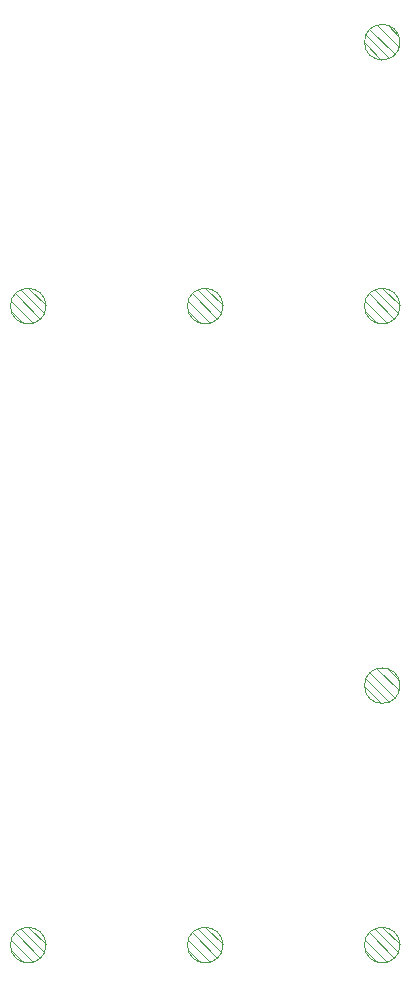
<source format=gbr>
G04 #@! TF.GenerationSoftware,KiCad,Pcbnew,(5.0.1)-4*
G04 #@! TF.CreationDate,2019-03-05T01:37:16-06:00*
G04 #@! TF.ProjectId,vca,7663612E6B696361645F706362000000,rev?*
G04 #@! TF.SameCoordinates,Original*
G04 #@! TF.FileFunction,Drawing*
%FSLAX46Y46*%
G04 Gerber Fmt 4.6, Leading zero omitted, Abs format (unit mm)*
G04 Created by KiCad (PCBNEW (5.0.1)-4) date 3/5/2019 1:37:16*
%MOMM*%
%LPD*%
G01*
G04 APERTURE LIST*
%ADD10C,0.120000*%
G04 APERTURE END LIST*
D10*
G04 #@! TO.C,J3*
X146512000Y-108286000D02*
G75*
G03X146512000Y-108286000I-1500000J0D01*
G01*
X145102000Y-106806000D02*
X146492000Y-108196000D01*
X144432000Y-106936000D02*
X146372000Y-108876000D01*
X143942000Y-107276000D02*
X146022000Y-109356000D01*
X143592000Y-107891000D02*
X145412000Y-109706000D01*
X143602000Y-108746000D02*
X144552000Y-109696000D01*
G04 #@! TO.C,J2*
X131526000Y-108286000D02*
G75*
G03X131526000Y-108286000I-1500000J0D01*
G01*
X130116000Y-106806000D02*
X131506000Y-108196000D01*
X129446000Y-106936000D02*
X131386000Y-108876000D01*
X128956000Y-107276000D02*
X131036000Y-109356000D01*
X128606000Y-107891000D02*
X130426000Y-109706000D01*
X128616000Y-108746000D02*
X129566000Y-109696000D01*
G04 #@! TO.C,J1*
X116540000Y-108286000D02*
G75*
G03X116540000Y-108286000I-1500000J0D01*
G01*
X115130000Y-106806000D02*
X116520000Y-108196000D01*
X114460000Y-106936000D02*
X116400000Y-108876000D01*
X113970000Y-107276000D02*
X116050000Y-109356000D01*
X113620000Y-107891000D02*
X115440000Y-109706000D01*
X113630000Y-108746000D02*
X114580000Y-109696000D01*
G04 #@! TO.C,J4*
X146512000Y-86321000D02*
G75*
G03X146512000Y-86321000I-1500000J0D01*
G01*
X144922000Y-87801000D02*
X143532000Y-86411000D01*
X145592000Y-87671000D02*
X143652000Y-85731000D01*
X146082000Y-87331000D02*
X144002000Y-85251000D01*
X146432000Y-86716000D02*
X144612000Y-84901000D01*
X146422000Y-85861000D02*
X145472000Y-84911000D01*
G04 #@! TO.C,J8*
X146512000Y-31838000D02*
G75*
G03X146512000Y-31838000I-1500000J0D01*
G01*
X144922000Y-33318000D02*
X143532000Y-31928000D01*
X145592000Y-33188000D02*
X143652000Y-31248000D01*
X146082000Y-32848000D02*
X144002000Y-30768000D01*
X146432000Y-32233000D02*
X144612000Y-30418000D01*
X146422000Y-31378000D02*
X145472000Y-30428000D01*
G04 #@! TO.C,J7*
X146512000Y-54184000D02*
G75*
G03X146512000Y-54184000I-1500000J0D01*
G01*
X145102000Y-52704000D02*
X146492000Y-54094000D01*
X144432000Y-52834000D02*
X146372000Y-54774000D01*
X143942000Y-53174000D02*
X146022000Y-55254000D01*
X143592000Y-53789000D02*
X145412000Y-55604000D01*
X143602000Y-54644000D02*
X144552000Y-55594000D01*
G04 #@! TO.C,J6*
X131526000Y-54184000D02*
G75*
G03X131526000Y-54184000I-1500000J0D01*
G01*
X130116000Y-52704000D02*
X131506000Y-54094000D01*
X129446000Y-52834000D02*
X131386000Y-54774000D01*
X128956000Y-53174000D02*
X131036000Y-55254000D01*
X128606000Y-53789000D02*
X130426000Y-55604000D01*
X128616000Y-54644000D02*
X129566000Y-55594000D01*
G04 #@! TO.C,J5*
X116540000Y-54184000D02*
G75*
G03X116540000Y-54184000I-1500000J0D01*
G01*
X115130000Y-52704000D02*
X116520000Y-54094000D01*
X114460000Y-52834000D02*
X116400000Y-54774000D01*
X113970000Y-53174000D02*
X116050000Y-55254000D01*
X113620000Y-53789000D02*
X115440000Y-55604000D01*
X113630000Y-54644000D02*
X114580000Y-55594000D01*
G04 #@! TD*
M02*

</source>
